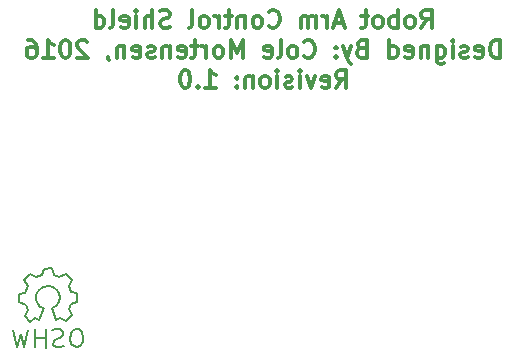
<source format=gbr>
G04 #@! TF.FileFunction,Legend,Bot*
%FSLAX46Y46*%
G04 Gerber Fmt 4.6, Leading zero omitted, Abs format (unit mm)*
G04 Created by KiCad (PCBNEW 4.0.4-stable) date Friday, October 14, 2016 'PMt' 06:06:23 PM*
%MOMM*%
%LPD*%
G01*
G04 APERTURE LIST*
%ADD10C,0.100000*%
%ADD11C,0.300000*%
%ADD12C,0.150000*%
G04 APERTURE END LIST*
D10*
D11*
X144857142Y-78378571D02*
X145357142Y-77664286D01*
X145714285Y-78378571D02*
X145714285Y-76878571D01*
X145142857Y-76878571D01*
X144999999Y-76950000D01*
X144928571Y-77021429D01*
X144857142Y-77164286D01*
X144857142Y-77378571D01*
X144928571Y-77521429D01*
X144999999Y-77592857D01*
X145142857Y-77664286D01*
X145714285Y-77664286D01*
X143999999Y-78378571D02*
X144142857Y-78307143D01*
X144214285Y-78235714D01*
X144285714Y-78092857D01*
X144285714Y-77664286D01*
X144214285Y-77521429D01*
X144142857Y-77450000D01*
X143999999Y-77378571D01*
X143785714Y-77378571D01*
X143642857Y-77450000D01*
X143571428Y-77521429D01*
X143499999Y-77664286D01*
X143499999Y-78092857D01*
X143571428Y-78235714D01*
X143642857Y-78307143D01*
X143785714Y-78378571D01*
X143999999Y-78378571D01*
X142857142Y-78378571D02*
X142857142Y-76878571D01*
X142857142Y-77450000D02*
X142714285Y-77378571D01*
X142428571Y-77378571D01*
X142285714Y-77450000D01*
X142214285Y-77521429D01*
X142142856Y-77664286D01*
X142142856Y-78092857D01*
X142214285Y-78235714D01*
X142285714Y-78307143D01*
X142428571Y-78378571D01*
X142714285Y-78378571D01*
X142857142Y-78307143D01*
X141285713Y-78378571D02*
X141428571Y-78307143D01*
X141499999Y-78235714D01*
X141571428Y-78092857D01*
X141571428Y-77664286D01*
X141499999Y-77521429D01*
X141428571Y-77450000D01*
X141285713Y-77378571D01*
X141071428Y-77378571D01*
X140928571Y-77450000D01*
X140857142Y-77521429D01*
X140785713Y-77664286D01*
X140785713Y-78092857D01*
X140857142Y-78235714D01*
X140928571Y-78307143D01*
X141071428Y-78378571D01*
X141285713Y-78378571D01*
X140357142Y-77378571D02*
X139785713Y-77378571D01*
X140142856Y-76878571D02*
X140142856Y-78164286D01*
X140071428Y-78307143D01*
X139928570Y-78378571D01*
X139785713Y-78378571D01*
X138214285Y-77950000D02*
X137499999Y-77950000D01*
X138357142Y-78378571D02*
X137857142Y-76878571D01*
X137357142Y-78378571D01*
X136857142Y-78378571D02*
X136857142Y-77378571D01*
X136857142Y-77664286D02*
X136785714Y-77521429D01*
X136714285Y-77450000D01*
X136571428Y-77378571D01*
X136428571Y-77378571D01*
X135928571Y-78378571D02*
X135928571Y-77378571D01*
X135928571Y-77521429D02*
X135857143Y-77450000D01*
X135714285Y-77378571D01*
X135500000Y-77378571D01*
X135357143Y-77450000D01*
X135285714Y-77592857D01*
X135285714Y-78378571D01*
X135285714Y-77592857D02*
X135214285Y-77450000D01*
X135071428Y-77378571D01*
X134857143Y-77378571D01*
X134714285Y-77450000D01*
X134642857Y-77592857D01*
X134642857Y-78378571D01*
X131928571Y-78235714D02*
X132000000Y-78307143D01*
X132214286Y-78378571D01*
X132357143Y-78378571D01*
X132571428Y-78307143D01*
X132714286Y-78164286D01*
X132785714Y-78021429D01*
X132857143Y-77735714D01*
X132857143Y-77521429D01*
X132785714Y-77235714D01*
X132714286Y-77092857D01*
X132571428Y-76950000D01*
X132357143Y-76878571D01*
X132214286Y-76878571D01*
X132000000Y-76950000D01*
X131928571Y-77021429D01*
X131071428Y-78378571D02*
X131214286Y-78307143D01*
X131285714Y-78235714D01*
X131357143Y-78092857D01*
X131357143Y-77664286D01*
X131285714Y-77521429D01*
X131214286Y-77450000D01*
X131071428Y-77378571D01*
X130857143Y-77378571D01*
X130714286Y-77450000D01*
X130642857Y-77521429D01*
X130571428Y-77664286D01*
X130571428Y-78092857D01*
X130642857Y-78235714D01*
X130714286Y-78307143D01*
X130857143Y-78378571D01*
X131071428Y-78378571D01*
X129928571Y-77378571D02*
X129928571Y-78378571D01*
X129928571Y-77521429D02*
X129857143Y-77450000D01*
X129714285Y-77378571D01*
X129500000Y-77378571D01*
X129357143Y-77450000D01*
X129285714Y-77592857D01*
X129285714Y-78378571D01*
X128785714Y-77378571D02*
X128214285Y-77378571D01*
X128571428Y-76878571D02*
X128571428Y-78164286D01*
X128500000Y-78307143D01*
X128357142Y-78378571D01*
X128214285Y-78378571D01*
X127714285Y-78378571D02*
X127714285Y-77378571D01*
X127714285Y-77664286D02*
X127642857Y-77521429D01*
X127571428Y-77450000D01*
X127428571Y-77378571D01*
X127285714Y-77378571D01*
X126571428Y-78378571D02*
X126714286Y-78307143D01*
X126785714Y-78235714D01*
X126857143Y-78092857D01*
X126857143Y-77664286D01*
X126785714Y-77521429D01*
X126714286Y-77450000D01*
X126571428Y-77378571D01*
X126357143Y-77378571D01*
X126214286Y-77450000D01*
X126142857Y-77521429D01*
X126071428Y-77664286D01*
X126071428Y-78092857D01*
X126142857Y-78235714D01*
X126214286Y-78307143D01*
X126357143Y-78378571D01*
X126571428Y-78378571D01*
X125214285Y-78378571D02*
X125357143Y-78307143D01*
X125428571Y-78164286D01*
X125428571Y-76878571D01*
X123571429Y-78307143D02*
X123357143Y-78378571D01*
X123000000Y-78378571D01*
X122857143Y-78307143D01*
X122785714Y-78235714D01*
X122714286Y-78092857D01*
X122714286Y-77950000D01*
X122785714Y-77807143D01*
X122857143Y-77735714D01*
X123000000Y-77664286D01*
X123285714Y-77592857D01*
X123428572Y-77521429D01*
X123500000Y-77450000D01*
X123571429Y-77307143D01*
X123571429Y-77164286D01*
X123500000Y-77021429D01*
X123428572Y-76950000D01*
X123285714Y-76878571D01*
X122928572Y-76878571D01*
X122714286Y-76950000D01*
X122071429Y-78378571D02*
X122071429Y-76878571D01*
X121428572Y-78378571D02*
X121428572Y-77592857D01*
X121500001Y-77450000D01*
X121642858Y-77378571D01*
X121857143Y-77378571D01*
X122000001Y-77450000D01*
X122071429Y-77521429D01*
X120714286Y-78378571D02*
X120714286Y-77378571D01*
X120714286Y-76878571D02*
X120785715Y-76950000D01*
X120714286Y-77021429D01*
X120642858Y-76950000D01*
X120714286Y-76878571D01*
X120714286Y-77021429D01*
X119428572Y-78307143D02*
X119571429Y-78378571D01*
X119857143Y-78378571D01*
X120000000Y-78307143D01*
X120071429Y-78164286D01*
X120071429Y-77592857D01*
X120000000Y-77450000D01*
X119857143Y-77378571D01*
X119571429Y-77378571D01*
X119428572Y-77450000D01*
X119357143Y-77592857D01*
X119357143Y-77735714D01*
X120071429Y-77878571D01*
X118500000Y-78378571D02*
X118642858Y-78307143D01*
X118714286Y-78164286D01*
X118714286Y-76878571D01*
X117285715Y-78378571D02*
X117285715Y-76878571D01*
X117285715Y-78307143D02*
X117428572Y-78378571D01*
X117714286Y-78378571D01*
X117857144Y-78307143D01*
X117928572Y-78235714D01*
X118000001Y-78092857D01*
X118000001Y-77664286D01*
X117928572Y-77521429D01*
X117857144Y-77450000D01*
X117714286Y-77378571D01*
X117428572Y-77378571D01*
X117285715Y-77450000D01*
X151499999Y-80928571D02*
X151499999Y-79428571D01*
X151142856Y-79428571D01*
X150928571Y-79500000D01*
X150785713Y-79642857D01*
X150714285Y-79785714D01*
X150642856Y-80071429D01*
X150642856Y-80285714D01*
X150714285Y-80571429D01*
X150785713Y-80714286D01*
X150928571Y-80857143D01*
X151142856Y-80928571D01*
X151499999Y-80928571D01*
X149428571Y-80857143D02*
X149571428Y-80928571D01*
X149857142Y-80928571D01*
X149999999Y-80857143D01*
X150071428Y-80714286D01*
X150071428Y-80142857D01*
X149999999Y-80000000D01*
X149857142Y-79928571D01*
X149571428Y-79928571D01*
X149428571Y-80000000D01*
X149357142Y-80142857D01*
X149357142Y-80285714D01*
X150071428Y-80428571D01*
X148785714Y-80857143D02*
X148642857Y-80928571D01*
X148357142Y-80928571D01*
X148214285Y-80857143D01*
X148142857Y-80714286D01*
X148142857Y-80642857D01*
X148214285Y-80500000D01*
X148357142Y-80428571D01*
X148571428Y-80428571D01*
X148714285Y-80357143D01*
X148785714Y-80214286D01*
X148785714Y-80142857D01*
X148714285Y-80000000D01*
X148571428Y-79928571D01*
X148357142Y-79928571D01*
X148214285Y-80000000D01*
X147499999Y-80928571D02*
X147499999Y-79928571D01*
X147499999Y-79428571D02*
X147571428Y-79500000D01*
X147499999Y-79571429D01*
X147428571Y-79500000D01*
X147499999Y-79428571D01*
X147499999Y-79571429D01*
X146142856Y-79928571D02*
X146142856Y-81142857D01*
X146214285Y-81285714D01*
X146285713Y-81357143D01*
X146428570Y-81428571D01*
X146642856Y-81428571D01*
X146785713Y-81357143D01*
X146142856Y-80857143D02*
X146285713Y-80928571D01*
X146571427Y-80928571D01*
X146714285Y-80857143D01*
X146785713Y-80785714D01*
X146857142Y-80642857D01*
X146857142Y-80214286D01*
X146785713Y-80071429D01*
X146714285Y-80000000D01*
X146571427Y-79928571D01*
X146285713Y-79928571D01*
X146142856Y-80000000D01*
X145428570Y-79928571D02*
X145428570Y-80928571D01*
X145428570Y-80071429D02*
X145357142Y-80000000D01*
X145214284Y-79928571D01*
X144999999Y-79928571D01*
X144857142Y-80000000D01*
X144785713Y-80142857D01*
X144785713Y-80928571D01*
X143499999Y-80857143D02*
X143642856Y-80928571D01*
X143928570Y-80928571D01*
X144071427Y-80857143D01*
X144142856Y-80714286D01*
X144142856Y-80142857D01*
X144071427Y-80000000D01*
X143928570Y-79928571D01*
X143642856Y-79928571D01*
X143499999Y-80000000D01*
X143428570Y-80142857D01*
X143428570Y-80285714D01*
X144142856Y-80428571D01*
X142142856Y-80928571D02*
X142142856Y-79428571D01*
X142142856Y-80857143D02*
X142285713Y-80928571D01*
X142571427Y-80928571D01*
X142714285Y-80857143D01*
X142785713Y-80785714D01*
X142857142Y-80642857D01*
X142857142Y-80214286D01*
X142785713Y-80071429D01*
X142714285Y-80000000D01*
X142571427Y-79928571D01*
X142285713Y-79928571D01*
X142142856Y-80000000D01*
X139785713Y-80142857D02*
X139571427Y-80214286D01*
X139499999Y-80285714D01*
X139428570Y-80428571D01*
X139428570Y-80642857D01*
X139499999Y-80785714D01*
X139571427Y-80857143D01*
X139714285Y-80928571D01*
X140285713Y-80928571D01*
X140285713Y-79428571D01*
X139785713Y-79428571D01*
X139642856Y-79500000D01*
X139571427Y-79571429D01*
X139499999Y-79714286D01*
X139499999Y-79857143D01*
X139571427Y-80000000D01*
X139642856Y-80071429D01*
X139785713Y-80142857D01*
X140285713Y-80142857D01*
X138928570Y-79928571D02*
X138571427Y-80928571D01*
X138214285Y-79928571D02*
X138571427Y-80928571D01*
X138714285Y-81285714D01*
X138785713Y-81357143D01*
X138928570Y-81428571D01*
X137642856Y-80785714D02*
X137571428Y-80857143D01*
X137642856Y-80928571D01*
X137714285Y-80857143D01*
X137642856Y-80785714D01*
X137642856Y-80928571D01*
X137642856Y-80000000D02*
X137571428Y-80071429D01*
X137642856Y-80142857D01*
X137714285Y-80071429D01*
X137642856Y-80000000D01*
X137642856Y-80142857D01*
X134928570Y-80785714D02*
X134999999Y-80857143D01*
X135214285Y-80928571D01*
X135357142Y-80928571D01*
X135571427Y-80857143D01*
X135714285Y-80714286D01*
X135785713Y-80571429D01*
X135857142Y-80285714D01*
X135857142Y-80071429D01*
X135785713Y-79785714D01*
X135714285Y-79642857D01*
X135571427Y-79500000D01*
X135357142Y-79428571D01*
X135214285Y-79428571D01*
X134999999Y-79500000D01*
X134928570Y-79571429D01*
X134071427Y-80928571D02*
X134214285Y-80857143D01*
X134285713Y-80785714D01*
X134357142Y-80642857D01*
X134357142Y-80214286D01*
X134285713Y-80071429D01*
X134214285Y-80000000D01*
X134071427Y-79928571D01*
X133857142Y-79928571D01*
X133714285Y-80000000D01*
X133642856Y-80071429D01*
X133571427Y-80214286D01*
X133571427Y-80642857D01*
X133642856Y-80785714D01*
X133714285Y-80857143D01*
X133857142Y-80928571D01*
X134071427Y-80928571D01*
X132714284Y-80928571D02*
X132857142Y-80857143D01*
X132928570Y-80714286D01*
X132928570Y-79428571D01*
X131571428Y-80857143D02*
X131714285Y-80928571D01*
X131999999Y-80928571D01*
X132142856Y-80857143D01*
X132214285Y-80714286D01*
X132214285Y-80142857D01*
X132142856Y-80000000D01*
X131999999Y-79928571D01*
X131714285Y-79928571D01*
X131571428Y-80000000D01*
X131499999Y-80142857D01*
X131499999Y-80285714D01*
X132214285Y-80428571D01*
X129714285Y-80928571D02*
X129714285Y-79428571D01*
X129214285Y-80500000D01*
X128714285Y-79428571D01*
X128714285Y-80928571D01*
X127785713Y-80928571D02*
X127928571Y-80857143D01*
X127999999Y-80785714D01*
X128071428Y-80642857D01*
X128071428Y-80214286D01*
X127999999Y-80071429D01*
X127928571Y-80000000D01*
X127785713Y-79928571D01*
X127571428Y-79928571D01*
X127428571Y-80000000D01*
X127357142Y-80071429D01*
X127285713Y-80214286D01*
X127285713Y-80642857D01*
X127357142Y-80785714D01*
X127428571Y-80857143D01*
X127571428Y-80928571D01*
X127785713Y-80928571D01*
X126642856Y-80928571D02*
X126642856Y-79928571D01*
X126642856Y-80214286D02*
X126571428Y-80071429D01*
X126499999Y-80000000D01*
X126357142Y-79928571D01*
X126214285Y-79928571D01*
X125928571Y-79928571D02*
X125357142Y-79928571D01*
X125714285Y-79428571D02*
X125714285Y-80714286D01*
X125642857Y-80857143D01*
X125499999Y-80928571D01*
X125357142Y-80928571D01*
X124285714Y-80857143D02*
X124428571Y-80928571D01*
X124714285Y-80928571D01*
X124857142Y-80857143D01*
X124928571Y-80714286D01*
X124928571Y-80142857D01*
X124857142Y-80000000D01*
X124714285Y-79928571D01*
X124428571Y-79928571D01*
X124285714Y-80000000D01*
X124214285Y-80142857D01*
X124214285Y-80285714D01*
X124928571Y-80428571D01*
X123571428Y-79928571D02*
X123571428Y-80928571D01*
X123571428Y-80071429D02*
X123500000Y-80000000D01*
X123357142Y-79928571D01*
X123142857Y-79928571D01*
X123000000Y-80000000D01*
X122928571Y-80142857D01*
X122928571Y-80928571D01*
X122285714Y-80857143D02*
X122142857Y-80928571D01*
X121857142Y-80928571D01*
X121714285Y-80857143D01*
X121642857Y-80714286D01*
X121642857Y-80642857D01*
X121714285Y-80500000D01*
X121857142Y-80428571D01*
X122071428Y-80428571D01*
X122214285Y-80357143D01*
X122285714Y-80214286D01*
X122285714Y-80142857D01*
X122214285Y-80000000D01*
X122071428Y-79928571D01*
X121857142Y-79928571D01*
X121714285Y-80000000D01*
X120428571Y-80857143D02*
X120571428Y-80928571D01*
X120857142Y-80928571D01*
X120999999Y-80857143D01*
X121071428Y-80714286D01*
X121071428Y-80142857D01*
X120999999Y-80000000D01*
X120857142Y-79928571D01*
X120571428Y-79928571D01*
X120428571Y-80000000D01*
X120357142Y-80142857D01*
X120357142Y-80285714D01*
X121071428Y-80428571D01*
X119714285Y-79928571D02*
X119714285Y-80928571D01*
X119714285Y-80071429D02*
X119642857Y-80000000D01*
X119499999Y-79928571D01*
X119285714Y-79928571D01*
X119142857Y-80000000D01*
X119071428Y-80142857D01*
X119071428Y-80928571D01*
X118285714Y-80857143D02*
X118285714Y-80928571D01*
X118357142Y-81071429D01*
X118428571Y-81142857D01*
X116571428Y-79571429D02*
X116499999Y-79500000D01*
X116357142Y-79428571D01*
X115999999Y-79428571D01*
X115857142Y-79500000D01*
X115785713Y-79571429D01*
X115714285Y-79714286D01*
X115714285Y-79857143D01*
X115785713Y-80071429D01*
X116642856Y-80928571D01*
X115714285Y-80928571D01*
X114785714Y-79428571D02*
X114642857Y-79428571D01*
X114500000Y-79500000D01*
X114428571Y-79571429D01*
X114357142Y-79714286D01*
X114285714Y-80000000D01*
X114285714Y-80357143D01*
X114357142Y-80642857D01*
X114428571Y-80785714D01*
X114500000Y-80857143D01*
X114642857Y-80928571D01*
X114785714Y-80928571D01*
X114928571Y-80857143D01*
X115000000Y-80785714D01*
X115071428Y-80642857D01*
X115142857Y-80357143D01*
X115142857Y-80000000D01*
X115071428Y-79714286D01*
X115000000Y-79571429D01*
X114928571Y-79500000D01*
X114785714Y-79428571D01*
X112857143Y-80928571D02*
X113714286Y-80928571D01*
X113285714Y-80928571D02*
X113285714Y-79428571D01*
X113428571Y-79642857D01*
X113571429Y-79785714D01*
X113714286Y-79857143D01*
X111571429Y-79428571D02*
X111857143Y-79428571D01*
X112000000Y-79500000D01*
X112071429Y-79571429D01*
X112214286Y-79785714D01*
X112285715Y-80071429D01*
X112285715Y-80642857D01*
X112214286Y-80785714D01*
X112142858Y-80857143D01*
X112000000Y-80928571D01*
X111714286Y-80928571D01*
X111571429Y-80857143D01*
X111500000Y-80785714D01*
X111428572Y-80642857D01*
X111428572Y-80285714D01*
X111500000Y-80142857D01*
X111571429Y-80071429D01*
X111714286Y-80000000D01*
X112000000Y-80000000D01*
X112142858Y-80071429D01*
X112214286Y-80142857D01*
X112285715Y-80285714D01*
X137642857Y-83478571D02*
X138142857Y-82764286D01*
X138500000Y-83478571D02*
X138500000Y-81978571D01*
X137928572Y-81978571D01*
X137785714Y-82050000D01*
X137714286Y-82121429D01*
X137642857Y-82264286D01*
X137642857Y-82478571D01*
X137714286Y-82621429D01*
X137785714Y-82692857D01*
X137928572Y-82764286D01*
X138500000Y-82764286D01*
X136428572Y-83407143D02*
X136571429Y-83478571D01*
X136857143Y-83478571D01*
X137000000Y-83407143D01*
X137071429Y-83264286D01*
X137071429Y-82692857D01*
X137000000Y-82550000D01*
X136857143Y-82478571D01*
X136571429Y-82478571D01*
X136428572Y-82550000D01*
X136357143Y-82692857D01*
X136357143Y-82835714D01*
X137071429Y-82978571D01*
X135857143Y-82478571D02*
X135500000Y-83478571D01*
X135142858Y-82478571D01*
X134571429Y-83478571D02*
X134571429Y-82478571D01*
X134571429Y-81978571D02*
X134642858Y-82050000D01*
X134571429Y-82121429D01*
X134500001Y-82050000D01*
X134571429Y-81978571D01*
X134571429Y-82121429D01*
X133928572Y-83407143D02*
X133785715Y-83478571D01*
X133500000Y-83478571D01*
X133357143Y-83407143D01*
X133285715Y-83264286D01*
X133285715Y-83192857D01*
X133357143Y-83050000D01*
X133500000Y-82978571D01*
X133714286Y-82978571D01*
X133857143Y-82907143D01*
X133928572Y-82764286D01*
X133928572Y-82692857D01*
X133857143Y-82550000D01*
X133714286Y-82478571D01*
X133500000Y-82478571D01*
X133357143Y-82550000D01*
X132642857Y-83478571D02*
X132642857Y-82478571D01*
X132642857Y-81978571D02*
X132714286Y-82050000D01*
X132642857Y-82121429D01*
X132571429Y-82050000D01*
X132642857Y-81978571D01*
X132642857Y-82121429D01*
X131714285Y-83478571D02*
X131857143Y-83407143D01*
X131928571Y-83335714D01*
X132000000Y-83192857D01*
X132000000Y-82764286D01*
X131928571Y-82621429D01*
X131857143Y-82550000D01*
X131714285Y-82478571D01*
X131500000Y-82478571D01*
X131357143Y-82550000D01*
X131285714Y-82621429D01*
X131214285Y-82764286D01*
X131214285Y-83192857D01*
X131285714Y-83335714D01*
X131357143Y-83407143D01*
X131500000Y-83478571D01*
X131714285Y-83478571D01*
X130571428Y-82478571D02*
X130571428Y-83478571D01*
X130571428Y-82621429D02*
X130500000Y-82550000D01*
X130357142Y-82478571D01*
X130142857Y-82478571D01*
X130000000Y-82550000D01*
X129928571Y-82692857D01*
X129928571Y-83478571D01*
X129214285Y-83335714D02*
X129142857Y-83407143D01*
X129214285Y-83478571D01*
X129285714Y-83407143D01*
X129214285Y-83335714D01*
X129214285Y-83478571D01*
X129214285Y-82550000D02*
X129142857Y-82621429D01*
X129214285Y-82692857D01*
X129285714Y-82621429D01*
X129214285Y-82550000D01*
X129214285Y-82692857D01*
X126571428Y-83478571D02*
X127428571Y-83478571D01*
X126999999Y-83478571D02*
X126999999Y-81978571D01*
X127142856Y-82192857D01*
X127285714Y-82335714D01*
X127428571Y-82407143D01*
X125928571Y-83335714D02*
X125857143Y-83407143D01*
X125928571Y-83478571D01*
X126000000Y-83407143D01*
X125928571Y-83335714D01*
X125928571Y-83478571D01*
X124928571Y-81978571D02*
X124785714Y-81978571D01*
X124642857Y-82050000D01*
X124571428Y-82121429D01*
X124499999Y-82264286D01*
X124428571Y-82550000D01*
X124428571Y-82907143D01*
X124499999Y-83192857D01*
X124571428Y-83335714D01*
X124642857Y-83407143D01*
X124785714Y-83478571D01*
X124928571Y-83478571D01*
X125071428Y-83407143D01*
X125142857Y-83335714D01*
X125214285Y-83192857D01*
X125285714Y-82907143D01*
X125285714Y-82550000D01*
X125214285Y-82264286D01*
X125142857Y-82121429D01*
X125071428Y-82050000D01*
X124928571Y-81978571D01*
D12*
X111581220Y-103939860D02*
X111220540Y-105410520D01*
X111220540Y-105410520D02*
X110941140Y-104348800D01*
X110941140Y-104348800D02*
X110631260Y-105420680D01*
X110631260Y-105420680D02*
X110290900Y-103970340D01*
X113001080Y-104630740D02*
X112211140Y-104620580D01*
X112211140Y-104620580D02*
X112200980Y-104630740D01*
X112200980Y-104630740D02*
X112200980Y-104620580D01*
X112160340Y-103909380D02*
X112160340Y-105451160D01*
X113049340Y-103899220D02*
X113049340Y-105468940D01*
X113049340Y-105468940D02*
X113039180Y-105458780D01*
X113600520Y-104000820D02*
X113951040Y-103919540D01*
X113951040Y-103919540D02*
X114271080Y-103909380D01*
X114271080Y-103909380D02*
X114509840Y-104110040D01*
X114509840Y-104110040D02*
X114540320Y-104379280D01*
X114540320Y-104379280D02*
X114299020Y-104620580D01*
X114299020Y-104620580D02*
X113910400Y-104750120D01*
X113910400Y-104750120D02*
X113730060Y-104910140D01*
X113730060Y-104910140D02*
X113689420Y-105209860D01*
X113689420Y-105209860D02*
X113920560Y-105430840D01*
X113920560Y-105430840D02*
X114240600Y-105458780D01*
X114240600Y-105458780D02*
X114591120Y-105349560D01*
X115629980Y-103899220D02*
X115878900Y-103919540D01*
X115878900Y-103919540D02*
X116120200Y-104160840D01*
X116120200Y-104160840D02*
X116209100Y-104651060D01*
X116209100Y-104651060D02*
X116181160Y-104999040D01*
X116181160Y-104999040D02*
X115980500Y-105319080D01*
X115980500Y-105319080D02*
X115729040Y-105441000D01*
X115729040Y-105441000D02*
X115419160Y-105369880D01*
X115419160Y-105369880D02*
X115200720Y-105189540D01*
X115200720Y-105189540D02*
X115129600Y-104729800D01*
X115129600Y-104729800D02*
X115180400Y-104320860D01*
X115180400Y-104320860D02*
X115289620Y-104038920D01*
X115289620Y-104038920D02*
X115650300Y-103909380D01*
X115030540Y-102179640D02*
X115289620Y-102740980D01*
X115289620Y-102740980D02*
X114751140Y-103259140D01*
X114751140Y-103259140D02*
X114230440Y-102989900D01*
X114230440Y-102989900D02*
X113951040Y-103149920D01*
X112510860Y-103129600D02*
X112180660Y-102939100D01*
X112180660Y-102939100D02*
X111741240Y-103269300D01*
X111741240Y-103269300D02*
X111268800Y-102779080D01*
X111268800Y-102779080D02*
X111550740Y-102299020D01*
X111550740Y-102299020D02*
X111360240Y-101829120D01*
X111360240Y-101829120D02*
X110750640Y-101641160D01*
X110750640Y-101641160D02*
X110750640Y-100960440D01*
X110750640Y-100960440D02*
X111309440Y-100820740D01*
X111309440Y-100820740D02*
X111510100Y-100249240D01*
X111510100Y-100249240D02*
X111240860Y-99779340D01*
X111240860Y-99779340D02*
X111710760Y-99268800D01*
X111710760Y-99268800D02*
X112228920Y-99530420D01*
X112228920Y-99530420D02*
X112698820Y-99329760D01*
X112698820Y-99329760D02*
X112869000Y-98788740D01*
X112869000Y-98788740D02*
X113559880Y-98770960D01*
X113559880Y-98770960D02*
X113770700Y-99319600D01*
X113770700Y-99319600D02*
X114189800Y-99489780D01*
X114189800Y-99489780D02*
X114740980Y-99220540D01*
X114740980Y-99220540D02*
X115259140Y-99748860D01*
X115259140Y-99748860D02*
X115010220Y-100289880D01*
X115010220Y-100289880D02*
X115180400Y-100769940D01*
X115180400Y-100769940D02*
X115729040Y-100869000D01*
X115729040Y-100869000D02*
X115739200Y-101570040D01*
X115739200Y-101570040D02*
X115180400Y-101770700D01*
X115180400Y-101770700D02*
X115040700Y-102169480D01*
X112899480Y-102149160D02*
X112599760Y-101999300D01*
X112599760Y-101999300D02*
X112399100Y-101801180D01*
X112399100Y-101801180D02*
X112249240Y-101399860D01*
X112249240Y-101399860D02*
X112249240Y-101001080D01*
X112249240Y-101001080D02*
X112399100Y-100650560D01*
X112399100Y-100650560D02*
X112851220Y-100300040D01*
X112851220Y-100300040D02*
X113300800Y-100249240D01*
X113300800Y-100249240D02*
X113699580Y-100350840D01*
X113699580Y-100350840D02*
X114100900Y-100698820D01*
X114100900Y-100698820D02*
X114250760Y-101150940D01*
X114250760Y-101150940D02*
X114199960Y-101648780D01*
X114199960Y-101648780D02*
X113951040Y-101951040D01*
X113951040Y-101951040D02*
X113600520Y-102149160D01*
X113600520Y-102149160D02*
X113951040Y-103149920D01*
X112899480Y-102149160D02*
X112500700Y-103149920D01*
M02*

</source>
